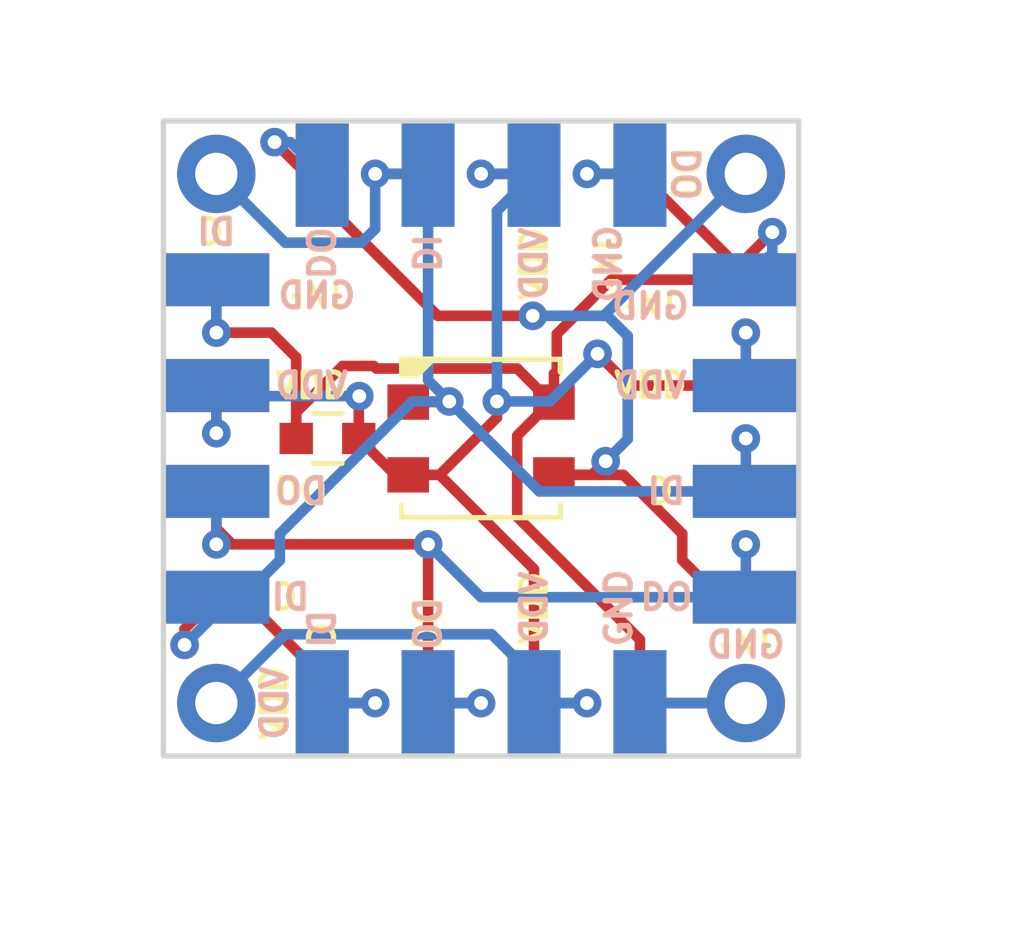
<source format=kicad_pcb>
(kicad_pcb (version 4) (host pcbnew 4.0.7)

  (general
    (links 38)
    (no_connects 0)
    (area 165.036499 67.246499 180.403501 82.613501)
    (thickness 1.6002)
    (drawings 42)
    (tracks 153)
    (zones 0)
    (modules 10)
    (nets 5)
  )

  (page A4)
  (layers
    (0 F.Cu signal)
    (31 B.Cu signal)
    (34 B.Paste user)
    (35 F.Paste user)
    (36 B.SilkS user)
    (37 F.SilkS user)
    (38 B.Mask user)
    (39 F.Mask user)
    (40 Dwgs.User user)
    (44 Edge.Cuts user)
  )

  (setup
    (last_trace_width 0.254)
    (user_trace_width 0.1524)
    (user_trace_width 0.2)
    (user_trace_width 0.25)
    (user_trace_width 0.3)
    (user_trace_width 0.4)
    (user_trace_width 0.5)
    (user_trace_width 0.6)
    (user_trace_width 0.8)
    (trace_clearance 0.254)
    (zone_clearance 0.1524)
    (zone_45_only no)
    (trace_min 0.1524)
    (segment_width 0.127)
    (edge_width 0.127)
    (via_size 0.6858)
    (via_drill 0.3302)
    (via_min_size 0.6858)
    (via_min_drill 0.3302)
    (uvia_size 0.508)
    (uvia_drill 0.127)
    (uvias_allowed no)
    (uvia_min_size 0.508)
    (uvia_min_drill 0.127)
    (pcb_text_width 0.127)
    (pcb_text_size 0.6 0.6)
    (mod_edge_width 0.127)
    (mod_text_size 0.6 0.6)
    (mod_text_width 0.127)
    (pad_size 1.524 1.524)
    (pad_drill 0.762)
    (pad_to_mask_clearance 0.05)
    (pad_to_paste_clearance -0.04)
    (aux_axis_origin 0 0)
    (visible_elements 7FFFFF7F)
    (pcbplotparams
      (layerselection 0x3ffff_80000001)
      (usegerberextensions true)
      (usegerberattributes true)
      (excludeedgelayer true)
      (linewidth 0.127000)
      (plotframeref false)
      (viasonmask false)
      (mode 1)
      (useauxorigin false)
      (hpglpennumber 1)
      (hpglpenspeed 20)
      (hpglpendiameter 15)
      (hpglpenoverlay 2)
      (psnegative false)
      (psa4output false)
      (plotreference true)
      (plotvalue true)
      (plotinvisibletext false)
      (padsonsilk false)
      (subtractmaskfromsilk false)
      (outputformat 1)
      (mirror false)
      (drillshape 0)
      (scaleselection 1)
      (outputdirectory CAM/))
  )

  (net 0 "")
  (net 1 "Net-(C1-Pad2)")
  (net 2 "Net-(C1-Pad1)")
  (net 3 "Net-(J1-PadP$1)")
  (net 4 "Net-(J1-PadP$2)")

  (net_class Default "Imperial - this is the standard class"
    (clearance 0.254)
    (trace_width 0.254)
    (via_dia 0.6858)
    (via_drill 0.3302)
    (uvia_dia 0.508)
    (uvia_drill 0.127)
    (add_net "Net-(C1-Pad1)")
    (add_net "Net-(C1-Pad2)")
    (add_net "Net-(J1-PadP$1)")
    (add_net "Net-(J1-PadP$2)")
  )

  (net_class 0.2mm ""
    (clearance 0.2)
    (trace_width 0.2)
    (via_dia 0.6858)
    (via_drill 0.3302)
    (uvia_dia 0.508)
    (uvia_drill 0.127)
  )

  (net_class Minimal ""
    (clearance 0.1524)
    (trace_width 0.1524)
    (via_dia 0.6858)
    (via_drill 0.3302)
    (uvia_dia 0.508)
    (uvia_drill 0.127)
  )

  (module Capacitors_SMD:C_0603 (layer F.Cu) (tedit 5B5524B3) (tstamp 5B59B371)
    (at 169.037 74.93 180)
    (descr "Capacitor SMD 0603, reflow soldering, AVX (see smccp.pdf)")
    (tags "capacitor 0603")
    (path /5B54F943)
    (attr smd)
    (fp_text reference C1 (at 0 -1.5 180) (layer F.SilkS) hide
      (effects (font (size 1 1) (thickness 0.15)))
    )
    (fp_text value 0.1uF (at 0 1.5 180) (layer F.Fab)
      (effects (font (size 1 1) (thickness 0.15)))
    )
    (fp_line (start 1.4 0.65) (end -1.4 0.65) (layer F.CrtYd) (width 0.05))
    (fp_line (start 1.4 0.65) (end 1.4 -0.65) (layer F.CrtYd) (width 0.05))
    (fp_line (start -1.4 -0.65) (end -1.4 0.65) (layer F.CrtYd) (width 0.05))
    (fp_line (start -1.4 -0.65) (end 1.4 -0.65) (layer F.CrtYd) (width 0.05))
    (fp_line (start 0.35 0.6) (end -0.35 0.6) (layer F.SilkS) (width 0.12))
    (fp_line (start -0.35 -0.6) (end 0.35 -0.6) (layer F.SilkS) (width 0.12))
    (fp_line (start -0.8 -0.4) (end 0.8 -0.4) (layer F.Fab) (width 0.1))
    (fp_line (start 0.8 -0.4) (end 0.8 0.4) (layer F.Fab) (width 0.1))
    (fp_line (start 0.8 0.4) (end -0.8 0.4) (layer F.Fab) (width 0.1))
    (fp_line (start -0.8 0.4) (end -0.8 -0.4) (layer F.Fab) (width 0.1))
    (fp_text user %R (at 0 0 180) (layer F.Fab)
      (effects (font (size 0.3 0.3) (thickness 0.075)))
    )
    (pad 2 smd rect (at 0.75 0 180) (size 0.8 0.75) (layers F.Cu F.Paste F.Mask)
      (net 1 "Net-(C1-Pad2)"))
    (pad 1 smd rect (at -0.75 0 180) (size 0.8 0.75) (layers F.Cu F.Paste F.Mask)
      (net 2 "Net-(C1-Pad1)"))
    (model Capacitors_SMD.3dshapes/C_0603.wrl
      (at (xyz 0 0 0))
      (scale (xyz 1 1 1))
      (rotate (xyz 0 0 0))
    )
  )

  (module adafruit:adafruit-LED3535 (layer F.Cu) (tedit 5B5524BD) (tstamp 5B59B385)
    (at 172.72 74.93)
    (path /5B54F913)
    (attr smd)
    (fp_text reference LED1 (at 3.175 -0.254 90) (layer F.SilkS) hide
      (effects (font (size 0.8128 0.8128) (thickness 0.1524)))
    )
    (fp_text value WS2812BSK6812MINI (at 0.127 2.54) (layer F.SilkS) hide
      (effects (font (size 0.4064 0.4064) (thickness 0.0508)))
    )
    (fp_line (start -1.74752 -1.74752) (end 1.74752 -1.74752) (layer Dwgs.User) (width 0.127))
    (fp_line (start 1.74752 -1.74752) (end 1.74752 1.74752) (layer Dwgs.User) (width 0.127))
    (fp_line (start 1.74752 1.74752) (end -1.74752 1.74752) (layer Dwgs.User) (width 0.127))
    (fp_line (start -1.74752 1.74752) (end -1.74752 -1.74752) (layer Dwgs.User) (width 0.127))
    (fp_line (start -1.89992 -1.59766) (end -1.89992 -1.89992) (layer F.SilkS) (width 0.127))
    (fp_line (start -1.89992 -1.89992) (end 1.89992 -1.89992) (layer F.SilkS) (width 0.127))
    (fp_line (start 1.89992 -1.89992) (end 1.89992 -1.59766) (layer F.SilkS) (width 0.127))
    (fp_line (start -1.89992 1.59766) (end -1.89992 1.89992) (layer F.SilkS) (width 0.127))
    (fp_line (start -1.89992 1.89992) (end 1.89992 1.89992) (layer F.SilkS) (width 0.127))
    (fp_line (start 1.89992 1.89992) (end 1.89992 1.59766) (layer F.SilkS) (width 0.127))
    (fp_poly (pts (xy -1.905 -1.905) (xy -1.905 -1.524) (xy -1.524 -1.524) (xy -1.143 -1.905)
      (xy -1.905 -1.905)) (layer F.SilkS) (width 0.127))
    (fp_circle (center 0 0) (end 0 -1.39954) (layer Dwgs.User) (width 0.127))
    (pad 1-DO smd rect (at 1.74752 0.87376 90) (size 0.84836 0.99822) (layers F.Cu F.Paste F.Mask)
      (net 3 "Net-(J1-PadP$1)"))
    (pad 2-GN smd rect (at 1.74752 -0.87376 90) (size 0.84836 0.99822) (layers F.Cu F.Paste F.Mask)
      (net 1 "Net-(C1-Pad2)"))
    (pad 3-DI smd rect (at -1.74752 -0.87376 90) (size 0.84836 0.99822) (layers F.Cu F.Paste F.Mask)
      (net 4 "Net-(J1-PadP$2)"))
    (pad 4-VD smd rect (at -1.74752 0.87376 90) (size 0.84836 0.99822) (layers F.Cu F.Paste F.Mask)
      (net 2 "Net-(C1-Pad1)"))
  )

  (module nixiemisc:nixiemisc-4PINDOUBLEBIG (layer F.Cu) (tedit 5B5523FF) (tstamp 5B59C35C)
    (at 168.91 68.58 270)
    (path /5B54F7D1)
    (attr smd)
    (fp_text reference J1 (at -2.794 -4.191 270) (layer Dwgs.User)
      (effects (font (thickness 0.15)))
    )
    (fp_text value 4PIN (at 0 0 270) (layer F.SilkS) hide
      (effects (font (thickness 0.15)))
    )
    (pad P$1 smd rect (at 0 0 270) (size 2.54 1.27) (layers F.Cu F.Paste F.Mask)
      (net 3 "Net-(J1-PadP$1)"))
    (pad P$2 smd rect (at 0 -2.54 270) (size 2.54 1.27) (layers F.Cu F.Paste F.Mask)
      (net 4 "Net-(J1-PadP$2)"))
    (pad P$3 smd rect (at 0 -5.08 270) (size 2.54 1.27) (layers F.Cu F.Paste F.Mask)
      (net 2 "Net-(C1-Pad1)"))
    (pad P$4 smd rect (at 0 -7.62 270) (size 2.54 1.27) (layers F.Cu F.Paste F.Mask)
      (net 1 "Net-(C1-Pad2)"))
    (pad P$5 smd rect (at 0 0 270) (size 2.54 1.27) (layers B.Cu B.Mask)
      (net 3 "Net-(J1-PadP$1)"))
    (pad P$6 smd rect (at 0 -2.54 270) (size 2.54 1.27) (layers B.Cu B.Mask)
      (net 4 "Net-(J1-PadP$2)"))
    (pad P$7 smd rect (at 0 -5.08 270) (size 2.54 1.27) (layers B.Cu B.Mask)
      (net 2 "Net-(C1-Pad1)"))
    (pad P$8 smd rect (at 0 -7.62 270) (size 2.54 1.27) (layers B.Cu B.Mask)
      (net 1 "Net-(C1-Pad2)"))
  )

  (module nixiemisc:nixiemisc-4PINDOUBLEBIG (layer F.Cu) (tedit 5B5523F4) (tstamp 5B59C3E9)
    (at 179.07 78.74)
    (path /5B54FEEB)
    (attr smd)
    (fp_text reference J2 (at 3.81 -3.81) (layer Dwgs.User)
      (effects (font (thickness 0.15)))
    )
    (fp_text value 4PIN (at 0 0) (layer F.SilkS) hide
      (effects (font (thickness 0.15)))
    )
    (pad P$1 smd rect (at 0 0) (size 2.54 1.27) (layers F.Cu F.Paste F.Mask)
      (net 3 "Net-(J1-PadP$1)"))
    (pad P$2 smd rect (at 0 -2.54) (size 2.54 1.27) (layers F.Cu F.Paste F.Mask)
      (net 4 "Net-(J1-PadP$2)"))
    (pad P$3 smd rect (at 0 -5.08) (size 2.54 1.27) (layers F.Cu F.Paste F.Mask)
      (net 2 "Net-(C1-Pad1)"))
    (pad P$4 smd rect (at 0 -7.62) (size 2.54 1.27) (layers F.Cu F.Paste F.Mask)
      (net 1 "Net-(C1-Pad2)"))
    (pad P$5 smd rect (at 0 0) (size 2.54 1.27) (layers B.Cu B.Mask)
      (net 3 "Net-(J1-PadP$1)"))
    (pad P$6 smd rect (at 0 -2.54) (size 2.54 1.27) (layers B.Cu B.Mask)
      (net 4 "Net-(J1-PadP$2)"))
    (pad P$7 smd rect (at 0 -5.08) (size 2.54 1.27) (layers B.Cu B.Mask)
      (net 2 "Net-(C1-Pad1)"))
    (pad P$8 smd rect (at 0 -7.62) (size 2.54 1.27) (layers B.Cu B.Mask)
      (net 1 "Net-(C1-Pad2)"))
  )

  (module nixiemisc:nixiemisc-4PINDOUBLEBIG (layer F.Cu) (tedit 5B5523E6) (tstamp 5B59C3F5)
    (at 168.91 81.28 270)
    (path /5B54FEFC)
    (attr smd)
    (fp_text reference J3 (at 2.54 -3.81 270) (layer Dwgs.User)
      (effects (font (thickness 0.15)))
    )
    (fp_text value 4PIN (at 0 0 270) (layer F.SilkS) hide
      (effects (font (thickness 0.15)))
    )
    (pad P$1 smd rect (at 0 0 270) (size 2.54 1.27) (layers F.Cu F.Paste F.Mask)
      (net 4 "Net-(J1-PadP$2)"))
    (pad P$2 smd rect (at 0 -2.54 270) (size 2.54 1.27) (layers F.Cu F.Paste F.Mask)
      (net 3 "Net-(J1-PadP$1)"))
    (pad P$3 smd rect (at 0 -5.08 270) (size 2.54 1.27) (layers F.Cu F.Paste F.Mask)
      (net 2 "Net-(C1-Pad1)"))
    (pad P$4 smd rect (at 0 -7.62 270) (size 2.54 1.27) (layers F.Cu F.Paste F.Mask)
      (net 1 "Net-(C1-Pad2)"))
    (pad P$5 smd rect (at 0 0 270) (size 2.54 1.27) (layers B.Cu B.Mask)
      (net 4 "Net-(J1-PadP$2)"))
    (pad P$6 smd rect (at 0 -2.54 270) (size 2.54 1.27) (layers B.Cu B.Mask)
      (net 3 "Net-(J1-PadP$1)"))
    (pad P$7 smd rect (at 0 -5.08 270) (size 2.54 1.27) (layers B.Cu B.Mask)
      (net 2 "Net-(C1-Pad1)"))
    (pad P$8 smd rect (at 0 -7.62 270) (size 2.54 1.27) (layers B.Cu B.Mask)
      (net 1 "Net-(C1-Pad2)"))
  )

  (module nixiemisc:nixiemisc-4PINDOUBLEBIG (layer F.Cu) (tedit 5B552407) (tstamp 5B59C401)
    (at 166.37 78.74)
    (path /5B54FF0A)
    (attr smd)
    (fp_text reference J4 (at -3.81 -3.81) (layer Dwgs.User)
      (effects (font (thickness 0.15)))
    )
    (fp_text value 4PIN (at 0 0) (layer F.SilkS) hide
      (effects (font (thickness 0.15)))
    )
    (pad P$1 smd rect (at 0 0) (size 2.54 1.27) (layers F.Cu F.Paste F.Mask)
      (net 4 "Net-(J1-PadP$2)"))
    (pad P$2 smd rect (at 0 -2.54) (size 2.54 1.27) (layers F.Cu F.Paste F.Mask)
      (net 3 "Net-(J1-PadP$1)"))
    (pad P$3 smd rect (at 0 -5.08) (size 2.54 1.27) (layers F.Cu F.Paste F.Mask)
      (net 2 "Net-(C1-Pad1)"))
    (pad P$4 smd rect (at 0 -7.62) (size 2.54 1.27) (layers F.Cu F.Paste F.Mask)
      (net 1 "Net-(C1-Pad2)"))
    (pad P$5 smd rect (at 0 0) (size 2.54 1.27) (layers B.Cu B.Mask)
      (net 4 "Net-(J1-PadP$2)"))
    (pad P$6 smd rect (at 0 -2.54) (size 2.54 1.27) (layers B.Cu B.Mask)
      (net 3 "Net-(J1-PadP$1)"))
    (pad P$7 smd rect (at 0 -5.08) (size 2.54 1.27) (layers B.Cu B.Mask)
      (net 2 "Net-(C1-Pad1)"))
    (pad P$8 smd rect (at 0 -7.62) (size 2.54 1.27) (layers B.Cu B.Mask)
      (net 1 "Net-(C1-Pad2)"))
  )

  (module SparkFun-Connectors:SparkFun-Connectors-1X01_NO_SILK (layer F.Cu) (tedit 5B5527B6) (tstamp 5B5A2AE8)
    (at 166.37 81.28)
    (descr "PLATED THROUGH HOLE - NO SILK OUTLINE")
    (tags "PLATED THROUGH HOLE - NO SILK OUTLINE")
    (path /5B551B0F)
    (attr virtual)
    (fp_text reference J5 (at -2.159 0) (layer Dwgs.User)
      (effects (font (size 0.6096 0.6096) (thickness 0.127)))
    )
    (fp_text value VDD (at 1.397 0 90) (layer B.SilkS)
      (effects (font (size 0.6096 0.6096) (thickness 0.127)) (justify mirror))
    )
    (fp_line (start -0.254 0.254) (end 0.254 0.254) (layer Dwgs.User) (width 0.06604))
    (fp_line (start 0.254 0.254) (end 0.254 -0.254) (layer Dwgs.User) (width 0.06604))
    (fp_line (start -0.254 -0.254) (end 0.254 -0.254) (layer Dwgs.User) (width 0.06604))
    (fp_line (start -0.254 0.254) (end -0.254 -0.254) (layer Dwgs.User) (width 0.06604))
    (pad 1 thru_hole circle (at 0 0) (size 1.8796 1.8796) (drill 1.016) (layers *.Cu *.Paste *.Mask)
      (net 2 "Net-(C1-Pad1)"))
  )

  (module SparkFun-Connectors:SparkFun-Connectors-1X01_NO_SILK (layer F.Cu) (tedit 5B5527C5) (tstamp 5B5A2B1B)
    (at 179.07 81.28)
    (descr "PLATED THROUGH HOLE - NO SILK OUTLINE")
    (tags "PLATED THROUGH HOLE - NO SILK OUTLINE")
    (path /5B551B3A)
    (attr virtual)
    (fp_text reference J6 (at 0 2.413) (layer Dwgs.User)
      (effects (font (size 0.6096 0.6096) (thickness 0.127)))
    )
    (fp_text value GND (at 0 -1.397) (layer B.SilkS)
      (effects (font (size 0.6096 0.6096) (thickness 0.127)) (justify mirror))
    )
    (fp_line (start -0.254 0.254) (end 0.254 0.254) (layer Dwgs.User) (width 0.06604))
    (fp_line (start 0.254 0.254) (end 0.254 -0.254) (layer Dwgs.User) (width 0.06604))
    (fp_line (start -0.254 -0.254) (end 0.254 -0.254) (layer Dwgs.User) (width 0.06604))
    (fp_line (start -0.254 0.254) (end -0.254 -0.254) (layer Dwgs.User) (width 0.06604))
    (pad 1 thru_hole circle (at 0 0) (size 1.8796 1.8796) (drill 1.016) (layers *.Cu *.Paste *.Mask)
      (net 1 "Net-(C1-Pad2)"))
  )

  (module SparkFun-Connectors:SparkFun-Connectors-1X01_NO_SILK (layer F.Cu) (tedit 5B5527A8) (tstamp 5B5A2B24)
    (at 166.37 68.58)
    (descr "PLATED THROUGH HOLE - NO SILK OUTLINE")
    (tags "PLATED THROUGH HOLE - NO SILK OUTLINE")
    (path /5B551B63)
    (attr virtual)
    (fp_text reference J7 (at 0 -2.413) (layer Dwgs.User)
      (effects (font (size 0.6096 0.6096) (thickness 0.127)))
    )
    (fp_text value DI (at 0 1.397) (layer B.SilkS)
      (effects (font (size 0.6096 0.6096) (thickness 0.127)) (justify mirror))
    )
    (fp_line (start -0.254 0.254) (end 0.254 0.254) (layer Dwgs.User) (width 0.06604))
    (fp_line (start 0.254 0.254) (end 0.254 -0.254) (layer Dwgs.User) (width 0.06604))
    (fp_line (start -0.254 -0.254) (end 0.254 -0.254) (layer Dwgs.User) (width 0.06604))
    (fp_line (start -0.254 0.254) (end -0.254 -0.254) (layer Dwgs.User) (width 0.06604))
    (pad 1 thru_hole circle (at 0 0) (size 1.8796 1.8796) (drill 1.016) (layers *.Cu *.Paste *.Mask)
      (net 4 "Net-(J1-PadP$2)"))
  )

  (module SparkFun-Connectors:SparkFun-Connectors-1X01_NO_SILK (layer F.Cu) (tedit 5B5527D3) (tstamp 5B5A2B2D)
    (at 179.07 68.58)
    (descr "PLATED THROUGH HOLE - NO SILK OUTLINE")
    (tags "PLATED THROUGH HOLE - NO SILK OUTLINE")
    (path /5B551B88)
    (attr virtual)
    (fp_text reference J8 (at 2.413 0) (layer Dwgs.User)
      (effects (font (size 0.6096 0.6096) (thickness 0.127)))
    )
    (fp_text value DO (at -1.397 0 90) (layer B.SilkS)
      (effects (font (size 0.6096 0.6096) (thickness 0.127)) (justify mirror))
    )
    (fp_line (start -0.254 0.254) (end 0.254 0.254) (layer Dwgs.User) (width 0.06604))
    (fp_line (start 0.254 0.254) (end 0.254 -0.254) (layer Dwgs.User) (width 0.06604))
    (fp_line (start -0.254 -0.254) (end 0.254 -0.254) (layer Dwgs.User) (width 0.06604))
    (fp_line (start -0.254 0.254) (end -0.254 -0.254) (layer Dwgs.User) (width 0.06604))
    (pad 1 thru_hole circle (at 0 0) (size 1.8796 1.8796) (drill 1.016) (layers *.Cu *.Paste *.Mask)
      (net 3 "Net-(J1-PadP$1)"))
  )

  (gr_text GND (at 175.768 70.739 90) (layer B.SilkS) (tstamp 5B5A2D93)
    (effects (font (size 0.6 0.6) (thickness 0.127)) (justify mirror))
  )
  (gr_text VDD (at 173.99 70.739 90) (layer B.SilkS) (tstamp 5B5A2D90)
    (effects (font (size 0.6 0.6) (thickness 0.127)) (justify mirror))
  )
  (gr_text DI (at 171.45 70.485 90) (layer B.SilkS) (tstamp 5B5A2D8C)
    (effects (font (size 0.6 0.6) (thickness 0.127)))
  )
  (gr_text DO (at 168.91 70.485 90) (layer B.SilkS) (tstamp 5B5A2D89)
    (effects (font (size 0.6 0.6) (thickness 0.127)))
  )
  (gr_text GND (at 168.783 71.501) (layer B.SilkS) (tstamp 5B5A2D86)
    (effects (font (size 0.6 0.6) (thickness 0.127)) (justify mirror))
  )
  (gr_text VDD (at 168.656 73.66) (layer B.SilkS) (tstamp 5B5A2D83)
    (effects (font (size 0.6 0.6) (thickness 0.127)) (justify mirror))
  )
  (gr_text DO (at 168.402 76.2) (layer B.SilkS) (tstamp 5B5A2D80)
    (effects (font (size 0.6 0.6) (thickness 0.127)) (justify mirror))
  )
  (gr_text DI (at 168.148 78.74) (layer B.SilkS) (tstamp 5B5A2D7C)
    (effects (font (size 0.6 0.6) (thickness 0.127)) (justify mirror))
  )
  (gr_text DI (at 168.91 79.502 90) (layer B.SilkS) (tstamp 5B5A2D79)
    (effects (font (size 0.6 0.6) (thickness 0.127)) (justify mirror))
  )
  (gr_text DO (at 171.45 79.375 90) (layer B.SilkS) (tstamp 5B5A2D76)
    (effects (font (size 0.6 0.6) (thickness 0.127)) (justify mirror))
  )
  (gr_text VDD (at 173.99 78.994 90) (layer B.SilkS) (tstamp 5B5A2D73)
    (effects (font (size 0.6 0.6) (thickness 0.127)) (justify mirror))
  )
  (gr_text GND (at 176.022 78.994 90) (layer B.SilkS) (tstamp 5B5A2D70)
    (effects (font (size 0.6 0.6) (thickness 0.127)))
  )
  (gr_text DO (at 177.165 78.74) (layer B.SilkS) (tstamp 5B5A2D6C)
    (effects (font (size 0.6 0.6) (thickness 0.127)))
  )
  (gr_text DI (at 177.165 76.2) (layer B.SilkS) (tstamp 5B5A2D69)
    (effects (font (size 0.6 0.6) (thickness 0.127)) (justify mirror))
  )
  (gr_text VDD (at 176.784 73.66) (layer F.SilkS) (tstamp 5B5A2D65)
    (effects (font (size 0.6 0.6) (thickness 0.127)))
  )
  (gr_text VDD (at 167.767 81.28 90) (layer F.SilkS) (tstamp 5B5A2D63)
    (effects (font (size 0.6 0.6) (thickness 0.127)))
  )
  (gr_text GND (at 179.07 79.883) (layer F.SilkS) (tstamp 5B5A2D61)
    (effects (font (size 0.6 0.6) (thickness 0.127)))
  )
  (gr_text DO (at 177.673 68.58 90) (layer F.SilkS) (tstamp 5B5A2D5F)
    (effects (font (size 0.6 0.6) (thickness 0.127)))
  )
  (gr_text DI (at 166.37 69.977 360) (layer F.SilkS) (tstamp 5B5A2D5D)
    (effects (font (size 0.6 0.6) (thickness 0.127)))
  )
  (gr_text GND (at 176.784 71.755) (layer B.SilkS) (tstamp 5B5A2D58)
    (effects (font (size 0.6 0.6) (thickness 0.127)) (justify mirror))
  )
  (gr_text GND (at 175.768 70.739 90) (layer F.SilkS) (tstamp 5B5A2D2E)
    (effects (font (size 0.6 0.6) (thickness 0.127)))
  )
  (gr_text DI (at 168.91 79.502 90) (layer F.SilkS) (tstamp 5B5A2D20)
    (effects (font (size 0.6 0.6) (thickness 0.127)))
  )
  (gr_text DO (at 168.91 70.485 90) (layer F.SilkS) (tstamp 5B5A2D1D)
    (effects (font (size 0.6 0.6) (thickness 0.127)))
  )
  (gr_text DO (at 171.45 79.375 90) (layer F.SilkS) (tstamp 5B5A2D1C)
    (effects (font (size 0.6 0.6) (thickness 0.127)))
  )
  (gr_text DO (at 177.165 78.74) (layer F.SilkS) (tstamp 5B5A2D1B)
    (effects (font (size 0.6 0.6) (thickness 0.127)))
  )
  (gr_text DO (at 168.402 76.2) (layer F.SilkS)
    (effects (font (size 0.6 0.6) (thickness 0.127)))
  )
  (gr_text DI (at 177.165 76.2 360) (layer F.SilkS) (tstamp 5B5A2D17)
    (effects (font (size 0.6 0.6) (thickness 0.127)))
  )
  (gr_text DI (at 171.45 70.485 90) (layer F.SilkS) (tstamp 5B5A2D16)
    (effects (font (size 0.6 0.6) (thickness 0.127)))
  )
  (gr_text DI (at 168.148 78.74) (layer F.SilkS)
    (effects (font (size 0.6 0.6) (thickness 0.127)))
  )
  (gr_text VDD (at 173.99 70.739 90) (layer F.SilkS) (tstamp 5B5A2D13)
    (effects (font (size 0.6 0.6) (thickness 0.127)))
  )
  (gr_text VDD (at 173.99 78.994 90) (layer F.SilkS) (tstamp 5B5A2D0F)
    (effects (font (size 0.6 0.6) (thickness 0.127)))
  )
  (gr_text VDD (at 176.784 73.66) (layer B.SilkS) (tstamp 5B5A2D0C)
    (effects (font (size 0.6 0.6) (thickness 0.127)) (justify mirror))
  )
  (gr_text VDD (at 168.656 73.66) (layer F.SilkS)
    (effects (font (size 0.6 0.6) (thickness 0.127)))
  )
  (gr_text GND (at 176.022 78.994 90) (layer F.SilkS) (tstamp 5B5A2D0A)
    (effects (font (size 0.6 0.6) (thickness 0.127)))
  )
  (gr_text GND (at 168.783 71.501) (layer F.SilkS) (tstamp 5B5A2D09)
    (effects (font (size 0.6 0.6) (thickness 0.127)))
  )
  (gr_text GND (at 176.784 71.755) (layer F.SilkS)
    (effects (font (size 0.6 0.6) (thickness 0.127)))
  )
  (dimension 15.24 (width 0.127) (layer Dwgs.User)
    (gr_text "0.6000 in" (at 184.15 74.93 270) (layer Dwgs.User)
      (effects (font (size 0.6 0.6) (thickness 0.127)))
    )
    (feature1 (pts (xy 184.15 82.55) (xy 184.15 82.55)))
    (feature2 (pts (xy 184.15 67.31) (xy 184.15 67.31)))
    (crossbar (pts (xy 184.15 67.31) (xy 184.15 82.55)))
    (arrow1a (pts (xy 184.15 82.55) (xy 183.563579 81.423496)))
    (arrow1b (pts (xy 184.15 82.55) (xy 184.736421 81.423496)))
    (arrow2a (pts (xy 184.15 67.31) (xy 183.563579 68.436504)))
    (arrow2b (pts (xy 184.15 67.31) (xy 184.736421 68.436504)))
  )
  (dimension 15.24 (width 0.127) (layer Dwgs.User)
    (gr_text "0.6000 in" (at 172.72 86.36) (layer Dwgs.User)
      (effects (font (size 0.6 0.6) (thickness 0.127)))
    )
    (feature1 (pts (xy 180.34 86.36) (xy 180.34 86.36)))
    (feature2 (pts (xy 165.1 86.36) (xy 165.1 86.36)))
    (crossbar (pts (xy 165.1 86.36) (xy 180.34 86.36)))
    (arrow1a (pts (xy 180.34 86.36) (xy 179.213496 86.946421)))
    (arrow1b (pts (xy 180.34 86.36) (xy 179.213496 85.773579)))
    (arrow2a (pts (xy 165.1 86.36) (xy 166.226504 86.946421)))
    (arrow2b (pts (xy 165.1 86.36) (xy 166.226504 85.773579)))
  )
  (gr_line (start 165.1 82.55) (end 165.1 67.31) (layer Edge.Cuts) (width 0.127))
  (gr_line (start 180.34 82.55) (end 165.1 82.55) (layer Edge.Cuts) (width 0.127))
  (gr_line (start 180.34 67.31) (end 180.34 82.55) (layer Edge.Cuts) (width 0.127))
  (gr_line (start 165.1 67.31) (end 180.34 67.31) (layer Edge.Cuts) (width 0.127))

  (segment (start 168.287 74.301) (end 168.287 74.93) (width 0.254) (layer F.Cu) (net 1))
  (segment (start 170.146474 73.190098) (end 169.397902 73.190098) (width 0.254) (layer F.Cu) (net 1))
  (segment (start 173.587409 73.251059) (end 170.207435 73.251059) (width 0.254) (layer F.Cu) (net 1))
  (segment (start 169.397902 73.190098) (end 168.287 74.301) (width 0.254) (layer F.Cu) (net 1))
  (segment (start 174.39259 74.05624) (end 173.587409 73.251059) (width 0.254) (layer F.Cu) (net 1))
  (segment (start 170.207435 73.251059) (end 170.146474 73.190098) (width 0.254) (layer F.Cu) (net 1))
  (segment (start 168.287 74.93) (end 168.287 72.986198) (width 0.254) (layer F.Cu) (net 1))
  (segment (start 166.854933 72.39) (end 166.37 72.39) (width 0.254) (layer F.Cu) (net 1))
  (segment (start 167.690802 72.39) (end 166.854933 72.39) (width 0.254) (layer F.Cu) (net 1))
  (segment (start 168.287 72.986198) (end 167.690802 72.39) (width 0.254) (layer F.Cu) (net 1))
  (segment (start 174.46752 74.05624) (end 174.39259 74.05624) (width 0.254) (layer F.Cu) (net 1))
  (segment (start 179.07 81.28) (end 176.53 81.28) (width 0.254) (layer B.Cu) (net 1))
  (segment (start 175.839626 71.12) (end 177.546 71.12) (width 0.254) (layer F.Cu) (net 1))
  (segment (start 174.46752 73.37806) (end 174.536099 73.309481) (width 0.254) (layer F.Cu) (net 1))
  (segment (start 174.46752 74.05624) (end 174.46752 73.37806) (width 0.254) (layer F.Cu) (net 1))
  (segment (start 174.536099 73.309481) (end 174.536099 72.423527) (width 0.254) (layer F.Cu) (net 1))
  (segment (start 177.546 71.12) (end 179.07 71.12) (width 0.254) (layer F.Cu) (net 1))
  (segment (start 174.536099 72.423527) (end 175.839626 71.12) (width 0.254) (layer F.Cu) (net 1))
  (segment (start 179.705892 69.978962) (end 179.705892 70.484108) (width 0.254) (layer B.Cu) (net 1))
  (segment (start 179.705892 70.484108) (end 179.07 71.12) (width 0.254) (layer B.Cu) (net 1))
  (segment (start 179.07 71.12) (end 179.07 70.614854) (width 0.254) (layer F.Cu) (net 1))
  (segment (start 179.07 70.614854) (end 179.705892 69.978962) (width 0.254) (layer F.Cu) (net 1))
  (via (at 179.705892 69.978962) (size 0.6858) (drill 0.3302) (layers F.Cu B.Cu) (net 1))
  (segment (start 175.26 68.58) (end 176.53 68.58) (width 0.254) (layer F.Cu) (net 1))
  (segment (start 176.53 68.58) (end 175.26 68.58) (width 0.254) (layer B.Cu) (net 1))
  (via (at 175.26 68.58) (size 0.6858) (drill 0.3302) (layers F.Cu B.Cu) (net 1))
  (segment (start 176.53 79.756) (end 176.53 81.28) (width 0.254) (layer F.Cu) (net 1))
  (segment (start 173.587409 74.861421) (end 173.587409 76.813409) (width 0.254) (layer F.Cu) (net 1))
  (segment (start 173.587409 76.813409) (end 176.53 79.756) (width 0.254) (layer F.Cu) (net 1))
  (segment (start 174.39259 74.05624) (end 173.587409 74.861421) (width 0.254) (layer F.Cu) (net 1))
  (segment (start 177.927 69.85) (end 177.8 69.85) (width 0.254) (layer F.Cu) (net 1))
  (segment (start 177.8 69.85) (end 176.53 68.58) (width 0.254) (layer F.Cu) (net 1))
  (segment (start 166.37 72.39) (end 166.37 71.12) (width 0.254) (layer B.Cu) (net 1))
  (segment (start 166.37 71.12) (end 166.37 72.39) (width 0.254) (layer F.Cu) (net 1))
  (via (at 166.37 72.39) (size 0.6858) (drill 0.3302) (layers F.Cu B.Cu) (net 1))
  (segment (start 167.005 71.12) (end 166.37 71.12) (width 0.254) (layer F.Cu) (net 1))
  (segment (start 179.07 71.12) (end 179.07 70.993) (width 0.254) (layer F.Cu) (net 1))
  (segment (start 179.07 70.993) (end 177.927 69.85) (width 0.254) (layer F.Cu) (net 1))
  (segment (start 179.07 81.28) (end 176.53 81.28) (width 0.254) (layer F.Cu) (net 1))
  (segment (start 169.799 73.914) (end 166.624 73.914) (width 0.254) (layer B.Cu) (net 2))
  (segment (start 166.624 73.914) (end 166.37 73.66) (width 0.254) (layer B.Cu) (net 2))
  (segment (start 169.787 74.93) (end 169.787 73.926) (width 0.254) (layer F.Cu) (net 2))
  (segment (start 169.787 73.926) (end 169.799 73.914) (width 0.254) (layer F.Cu) (net 2))
  (via (at 169.799 73.914) (size 0.6858) (drill 0.3302) (layers F.Cu B.Cu) (net 2))
  (segment (start 170.97248 75.80376) (end 170.66076 75.80376) (width 0.254) (layer F.Cu) (net 2))
  (segment (start 170.66076 75.80376) (end 169.787 74.93) (width 0.254) (layer F.Cu) (net 2))
  (segment (start 179.07 72.39) (end 179.07 73.66) (width 0.254) (layer B.Cu) (net 2))
  (segment (start 179.07 73.66) (end 179.07 72.39) (width 0.254) (layer F.Cu) (net 2))
  (via (at 179.07 72.39) (size 0.6858) (drill 0.3302) (layers F.Cu B.Cu) (net 2))
  (segment (start 175.514 72.898) (end 176.276 73.66) (width 0.254) (layer F.Cu) (net 2))
  (segment (start 176.276 73.66) (end 179.07 73.66) (width 0.254) (layer F.Cu) (net 2))
  (via (at 175.514 72.898) (size 0.6858) (drill 0.3302) (layers F.Cu B.Cu) (net 2))
  (segment (start 173.101 74.041) (end 174.371 74.041) (width 0.254) (layer B.Cu) (net 2))
  (segment (start 174.371 74.041) (end 175.514 72.898) (width 0.254) (layer B.Cu) (net 2))
  (segment (start 172.72 68.58) (end 173.99 68.58) (width 0.254) (layer F.Cu) (net 2))
  (segment (start 173.99 68.58) (end 172.72 68.58) (width 0.254) (layer B.Cu) (net 2))
  (via (at 172.72 68.58) (size 0.6858) (drill 0.3302) (layers F.Cu B.Cu) (net 2))
  (segment (start 173.101 74.041) (end 173.101 69.469) (width 0.254) (layer B.Cu) (net 2))
  (segment (start 173.101 69.469) (end 173.99 68.58) (width 0.254) (layer B.Cu) (net 2))
  (segment (start 171.72559 75.80376) (end 173.101 74.42835) (width 0.254) (layer F.Cu) (net 2))
  (segment (start 173.101 74.42835) (end 173.101 74.041) (width 0.254) (layer F.Cu) (net 2))
  (via (at 173.101 74.041) (size 0.6858) (drill 0.3302) (layers F.Cu B.Cu) (net 2))
  (segment (start 166.37 81.28) (end 168.021001 79.628999) (width 0.254) (layer B.Cu) (net 2))
  (segment (start 168.021001 79.628999) (end 172.973999 79.628999) (width 0.254) (layer B.Cu) (net 2))
  (segment (start 172.973999 79.628999) (end 173.99 80.645) (width 0.254) (layer B.Cu) (net 2))
  (segment (start 173.99 80.645) (end 173.99 81.28) (width 0.254) (layer B.Cu) (net 2))
  (segment (start 175.26 81.28) (end 173.99 81.28) (width 0.254) (layer B.Cu) (net 2))
  (segment (start 173.99 81.28) (end 175.26 81.28) (width 0.254) (layer F.Cu) (net 2))
  (via (at 175.26 81.28) (size 0.6858) (drill 0.3302) (layers F.Cu B.Cu) (net 2))
  (segment (start 171.72559 75.80376) (end 173.99 78.06817) (width 0.254) (layer F.Cu) (net 2))
  (segment (start 170.97248 75.80376) (end 171.72559 75.80376) (width 0.254) (layer F.Cu) (net 2))
  (segment (start 173.99 78.06817) (end 173.99 79.756) (width 0.254) (layer F.Cu) (net 2))
  (segment (start 173.99 79.756) (end 173.99 81.28) (width 0.254) (layer F.Cu) (net 2))
  (segment (start 166.37 74.803) (end 166.37 73.66) (width 0.254) (layer B.Cu) (net 2))
  (segment (start 166.37 73.66) (end 166.37 74.803) (width 0.254) (layer F.Cu) (net 2))
  (via (at 166.37 74.803) (size 0.6858) (drill 0.3302) (layers F.Cu B.Cu) (net 2))
  (segment (start 167.005 73.66) (end 166.37 73.66) (width 0.254) (layer F.Cu) (net 2))
  (segment (start 175.708382 71.941618) (end 176.237902 72.471138) (width 0.254) (layer B.Cu) (net 3))
  (segment (start 173.474558 71.985841) (end 173.959491 71.985841) (width 0.254) (layer F.Cu) (net 3))
  (segment (start 176.237902 72.471138) (end 176.237902 74.94657) (width 0.254) (layer B.Cu) (net 3))
  (segment (start 175.664159 71.985841) (end 174.444424 71.985841) (width 0.254) (layer B.Cu) (net 3))
  (segment (start 175.708382 71.941618) (end 175.664159 71.985841) (width 0.254) (layer B.Cu) (net 3))
  (segment (start 176.051281 75.133191) (end 175.708382 75.47609) (width 0.254) (layer B.Cu) (net 3))
  (segment (start 168.91 68.58) (end 168.91 69.215) (width 0.254) (layer F.Cu) (net 3))
  (via (at 173.959491 71.985841) (size 0.6858) (drill 0.3302) (layers F.Cu B.Cu) (net 3))
  (segment (start 171.680841 71.985841) (end 173.474558 71.985841) (width 0.254) (layer F.Cu) (net 3))
  (segment (start 168.91 69.215) (end 171.680841 71.985841) (width 0.254) (layer F.Cu) (net 3))
  (segment (start 176.237902 74.94657) (end 176.051281 75.133191) (width 0.254) (layer B.Cu) (net 3))
  (segment (start 174.444424 71.985841) (end 173.959491 71.985841) (width 0.254) (layer B.Cu) (net 3))
  (segment (start 167.767 67.818) (end 168.148 67.818) (width 0.254) (layer B.Cu) (net 3))
  (segment (start 168.148 67.818) (end 168.91 68.58) (width 0.254) (layer B.Cu) (net 3))
  (segment (start 168.91 68.58) (end 168.529 68.58) (width 0.254) (layer F.Cu) (net 3))
  (segment (start 168.529 68.58) (end 167.767 67.818) (width 0.254) (layer F.Cu) (net 3))
  (via (at 167.767 67.818) (size 0.6858) (drill 0.3302) (layers F.Cu B.Cu) (net 3))
  (segment (start 166.37 77.47) (end 166.37 76.2) (width 0.254) (layer B.Cu) (net 3))
  (segment (start 166.37 76.2) (end 166.37 77.47) (width 0.254) (layer F.Cu) (net 3))
  (via (at 166.37 77.47) (size 0.6858) (drill 0.3302) (layers F.Cu B.Cu) (net 3))
  (segment (start 171.45 77.47) (end 166.751 77.47) (width 0.254) (layer F.Cu) (net 3))
  (segment (start 166.751 77.47) (end 166.37 77.089) (width 0.254) (layer F.Cu) (net 3))
  (segment (start 166.37 77.089) (end 166.37 76.2) (width 0.254) (layer F.Cu) (net 3))
  (segment (start 172.72 81.28) (end 171.45 81.28) (width 0.254) (layer B.Cu) (net 3))
  (segment (start 171.45 81.28) (end 172.72 81.28) (width 0.254) (layer F.Cu) (net 3))
  (via (at 172.72 81.28) (size 0.6858) (drill 0.3302) (layers F.Cu B.Cu) (net 3))
  (segment (start 171.45 77.47) (end 171.45 81.28) (width 0.254) (layer F.Cu) (net 3))
  (segment (start 179.07 78.74) (end 172.72 78.74) (width 0.254) (layer B.Cu) (net 3))
  (segment (start 172.72 78.74) (end 171.45 77.47) (width 0.254) (layer B.Cu) (net 3))
  (via (at 171.45 77.47) (size 0.6858) (drill 0.3302) (layers F.Cu B.Cu) (net 3))
  (segment (start 179.07 77.47) (end 179.07 78.74) (width 0.254) (layer B.Cu) (net 3))
  (segment (start 179.07 78.74) (end 179.07 77.47) (width 0.254) (layer F.Cu) (net 3))
  (via (at 179.07 77.47) (size 0.6858) (drill 0.3302) (layers F.Cu B.Cu) (net 3))
  (segment (start 174.46752 75.80376) (end 176.13376 75.80376) (width 0.254) (layer F.Cu) (net 3))
  (segment (start 176.13376 75.80376) (end 177.546 77.216) (width 0.254) (layer F.Cu) (net 3))
  (segment (start 177.546 77.216) (end 177.546 77.851) (width 0.254) (layer F.Cu) (net 3))
  (segment (start 177.546 77.851) (end 178.435 78.74) (width 0.254) (layer F.Cu) (net 3))
  (segment (start 178.435 78.74) (end 179.07 78.74) (width 0.254) (layer F.Cu) (net 3))
  (segment (start 175.380712 75.80376) (end 175.708382 75.47609) (width 0.254) (layer F.Cu) (net 3))
  (segment (start 179.07 68.58) (end 175.708382 71.941618) (width 0.254) (layer B.Cu) (net 3))
  (segment (start 174.46752 75.80376) (end 175.380712 75.80376) (width 0.254) (layer F.Cu) (net 3))
  (via (at 175.708382 75.47609) (size 0.6858) (drill 0.3302) (layers F.Cu B.Cu) (net 3))
  (segment (start 166.37 68.58) (end 168.021001 70.231001) (width 0.254) (layer B.Cu) (net 4))
  (segment (start 168.021001 70.231001) (end 169.849801 70.231001) (width 0.254) (layer B.Cu) (net 4))
  (segment (start 169.849801 70.231001) (end 170.18 69.900802) (width 0.254) (layer B.Cu) (net 4))
  (segment (start 170.18 69.900802) (end 170.18 69.064933) (width 0.254) (layer B.Cu) (net 4))
  (segment (start 170.18 69.064933) (end 170.18 68.58) (width 0.254) (layer B.Cu) (net 4))
  (segment (start 170.18 81.28) (end 168.91 81.28) (width 0.254) (layer B.Cu) (net 4))
  (segment (start 168.91 81.28) (end 170.18 81.28) (width 0.254) (layer F.Cu) (net 4))
  (via (at 170.18 81.28) (size 0.6858) (drill 0.3302) (layers F.Cu B.Cu) (net 4))
  (segment (start 166.37 78.74) (end 167.005 78.74) (width 0.254) (layer F.Cu) (net 4))
  (segment (start 167.005 78.74) (end 168.91 80.645) (width 0.254) (layer F.Cu) (net 4))
  (segment (start 168.91 80.645) (end 168.91 81.28) (width 0.254) (layer F.Cu) (net 4))
  (segment (start 165.608 79.883) (end 165.608 79.502) (width 0.254) (layer F.Cu) (net 4))
  (segment (start 165.608 79.502) (end 166.37 78.74) (width 0.254) (layer F.Cu) (net 4))
  (segment (start 166.37 78.74) (end 166.37 79.121) (width 0.254) (layer B.Cu) (net 4))
  (segment (start 166.37 79.121) (end 165.608 79.883) (width 0.254) (layer B.Cu) (net 4))
  (via (at 165.608 79.883) (size 0.6858) (drill 0.3302) (layers F.Cu B.Cu) (net 4))
  (segment (start 171.958 74.041) (end 171.069 74.041) (width 0.254) (layer B.Cu) (net 4))
  (segment (start 171.069 74.041) (end 167.894 77.216) (width 0.254) (layer B.Cu) (net 4))
  (segment (start 167.894 77.216) (end 167.894 77.851) (width 0.254) (layer B.Cu) (net 4))
  (segment (start 167.894 77.851) (end 167.005 78.74) (width 0.254) (layer B.Cu) (net 4))
  (segment (start 167.005 78.74) (end 166.37 78.74) (width 0.254) (layer B.Cu) (net 4))
  (segment (start 179.07 74.93) (end 179.07 76.2) (width 0.254) (layer F.Cu) (net 4))
  (segment (start 179.07 76.2) (end 179.07 74.93) (width 0.254) (layer B.Cu) (net 4))
  (via (at 179.07 74.93) (size 0.6858) (drill 0.3302) (layers F.Cu B.Cu) (net 4))
  (segment (start 171.958 74.041) (end 174.117 76.2) (width 0.254) (layer B.Cu) (net 4))
  (segment (start 174.117 76.2) (end 179.07 76.2) (width 0.254) (layer B.Cu) (net 4))
  (segment (start 170.18 68.58) (end 171.45 68.58) (width 0.254) (layer F.Cu) (net 4))
  (segment (start 171.45 68.58) (end 170.18 68.58) (width 0.254) (layer B.Cu) (net 4))
  (via (at 170.18 68.58) (size 0.6858) (drill 0.3302) (layers F.Cu B.Cu) (net 4))
  (segment (start 171.958 74.041) (end 171.45 73.533) (width 0.254) (layer B.Cu) (net 4))
  (segment (start 171.45 73.533) (end 171.45 68.58) (width 0.254) (layer B.Cu) (net 4))
  (segment (start 170.97248 74.05624) (end 171.94276 74.05624) (width 0.254) (layer F.Cu) (net 4))
  (segment (start 171.94276 74.05624) (end 171.958 74.041) (width 0.254) (layer F.Cu) (net 4))
  (via (at 171.958 74.041) (size 0.6858) (drill 0.3302) (layers F.Cu B.Cu) (net 4))

)

</source>
